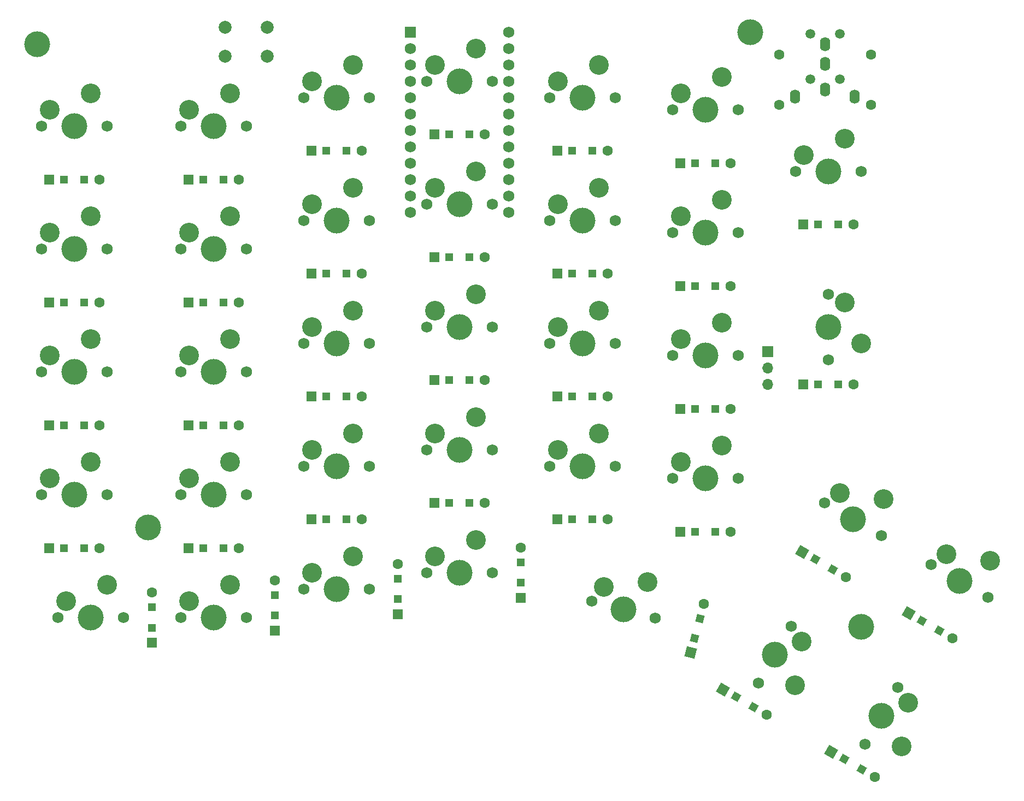
<source format=gts>
G04 #@! TF.GenerationSoftware,KiCad,Pcbnew,7.0.8*
G04 #@! TF.CreationDate,2023-11-23T13:30:25+08:00*
G04 #@! TF.ProjectId,redox_rev1_hs,7265646f-785f-4726-9576-315f68732e6b,1.0*
G04 #@! TF.SameCoordinates,Original*
G04 #@! TF.FileFunction,Soldermask,Top*
G04 #@! TF.FilePolarity,Negative*
%FSLAX46Y46*%
G04 Gerber Fmt 4.6, Leading zero omitted, Abs format (unit mm)*
G04 Created by KiCad (PCBNEW 7.0.8) date 2023-11-23 13:30:25*
%MOMM*%
%LPD*%
G01*
G04 APERTURE LIST*
G04 Aperture macros list*
%AMRotRect*
0 Rectangle, with rotation*
0 The origin of the aperture is its center*
0 $1 length*
0 $2 width*
0 $3 Rotation angle, in degrees counterclockwise*
0 Add horizontal line*
21,1,$1,$2,0,0,$3*%
G04 Aperture macros list end*
%ADD10R,1.200000X1.200000*%
%ADD11R,1.600000X1.600000*%
%ADD12C,1.600000*%
%ADD13RotRect,1.200000X1.200000X150.000000*%
%ADD14RotRect,1.600000X1.600000X150.000000*%
%ADD15RotRect,1.200000X1.200000X255.000000*%
%ADD16RotRect,1.600000X1.600000X255.000000*%
%ADD17C,1.750000*%
%ADD18C,3.050000*%
%ADD19C,4.000000*%
%ADD20R,1.700000X1.700000*%
%ADD21O,1.700000X1.700000*%
%ADD22C,2.000000*%
%ADD23C,1.500000*%
%ADD24O,1.600000X2.200000*%
%ADD25R,1.752600X1.752600*%
%ADD26C,1.752600*%
G04 APERTURE END LIST*
D10*
X89865000Y-74930000D03*
D11*
X87540000Y-74930000D03*
D12*
X95340000Y-74930000D03*
D10*
X93015000Y-74930000D03*
X111455000Y-74930000D03*
D11*
X109130000Y-74930000D03*
D12*
X116930000Y-74930000D03*
D10*
X114605000Y-74930000D03*
X130505000Y-70485000D03*
D11*
X128180000Y-70485000D03*
D12*
X135980000Y-70485000D03*
D10*
X133655000Y-70485000D03*
X149555000Y-67945000D03*
D11*
X147230000Y-67945000D03*
D12*
X155030000Y-67945000D03*
D10*
X152705000Y-67945000D03*
X168605000Y-70485000D03*
D11*
X166280000Y-70485000D03*
D12*
X174080000Y-70485000D03*
D10*
X171755000Y-70485000D03*
X187655000Y-72390000D03*
D11*
X185330000Y-72390000D03*
D12*
X193130000Y-72390000D03*
D10*
X190805000Y-72390000D03*
X206705000Y-81915000D03*
D11*
X204380000Y-81915000D03*
D12*
X212180000Y-81915000D03*
D10*
X209855000Y-81915000D03*
X89865000Y-93980000D03*
D11*
X87540000Y-93980000D03*
D12*
X95340000Y-93980000D03*
D10*
X93015000Y-93980000D03*
X111455000Y-93980000D03*
D11*
X109130000Y-93980000D03*
D12*
X116930000Y-93980000D03*
D10*
X114605000Y-93980000D03*
X130505000Y-89535000D03*
D11*
X128180000Y-89535000D03*
D12*
X135980000Y-89535000D03*
D10*
X133655000Y-89535000D03*
X149555000Y-86995000D03*
D11*
X147230000Y-86995000D03*
D12*
X155030000Y-86995000D03*
D10*
X152705000Y-86995000D03*
X168605000Y-89535000D03*
D11*
X166280000Y-89535000D03*
D12*
X174080000Y-89535000D03*
D10*
X171755000Y-89535000D03*
X187655000Y-91440000D03*
D11*
X185330000Y-91440000D03*
D12*
X193130000Y-91440000D03*
D10*
X190805000Y-91440000D03*
X206705000Y-106680000D03*
D11*
X204380000Y-106680000D03*
D12*
X212180000Y-106680000D03*
D10*
X209855000Y-106680000D03*
X89865000Y-113030000D03*
D11*
X87540000Y-113030000D03*
D12*
X95340000Y-113030000D03*
D10*
X93015000Y-113030000D03*
X111455000Y-113030000D03*
D11*
X109130000Y-113030000D03*
D12*
X116930000Y-113030000D03*
D10*
X114605000Y-113030000D03*
X130505000Y-108585000D03*
D11*
X128180000Y-108585000D03*
D12*
X135980000Y-108585000D03*
D10*
X133655000Y-108585000D03*
X149555000Y-106045000D03*
D11*
X147230000Y-106045000D03*
D12*
X155030000Y-106045000D03*
D10*
X152705000Y-106045000D03*
X168605000Y-108585000D03*
D11*
X166280000Y-108585000D03*
D12*
X174080000Y-108585000D03*
D10*
X171755000Y-108585000D03*
X187655000Y-110490000D03*
D11*
X185330000Y-110490000D03*
D12*
X193130000Y-110490000D03*
D10*
X190805000Y-110490000D03*
D13*
X206281010Y-133832500D03*
D14*
X204267501Y-132670000D03*
D12*
X211022499Y-136570000D03*
D13*
X209008990Y-135407500D03*
D10*
X89865000Y-132080000D03*
D11*
X87540000Y-132080000D03*
D12*
X95340000Y-132080000D03*
D10*
X93015000Y-132080000D03*
X111455000Y-132080000D03*
D11*
X109130000Y-132080000D03*
D12*
X116930000Y-132080000D03*
D10*
X114605000Y-132080000D03*
X130505000Y-127635000D03*
D11*
X128180000Y-127635000D03*
D12*
X135980000Y-127635000D03*
D10*
X133655000Y-127635000D03*
X149555000Y-125095000D03*
D11*
X147230000Y-125095000D03*
D12*
X155030000Y-125095000D03*
D10*
X152705000Y-125095000D03*
X168605000Y-127635000D03*
D11*
X166280000Y-127635000D03*
D12*
X174080000Y-127635000D03*
D10*
X171755000Y-127635000D03*
X187655000Y-129540000D03*
D11*
X185330000Y-129540000D03*
D12*
X193130000Y-129540000D03*
D10*
X190805000Y-129540000D03*
D13*
X222791010Y-143357500D03*
D14*
X220777501Y-142195000D03*
D12*
X227532499Y-146095000D03*
D13*
X225518990Y-144932500D03*
D10*
X103505000Y-144450000D03*
D11*
X103505000Y-146775000D03*
D12*
X103505000Y-138975000D03*
D10*
X103505000Y-141300000D03*
X122555000Y-142545000D03*
D11*
X122555000Y-144870000D03*
D12*
X122555000Y-137070000D03*
D10*
X122555000Y-139395000D03*
X141605000Y-140005000D03*
D11*
X141605000Y-142330000D03*
D12*
X141605000Y-134530000D03*
D10*
X141605000Y-136855000D03*
X160655000Y-137465000D03*
D11*
X160655000Y-139790000D03*
D12*
X160655000Y-131990000D03*
D10*
X160655000Y-134315000D03*
D15*
X187552360Y-146047333D03*
D16*
X186950606Y-148293111D03*
D12*
X188969394Y-140758889D03*
D15*
X188367640Y-143004667D03*
D13*
X193962010Y-155168500D03*
D14*
X191948501Y-154006000D03*
D12*
X198703499Y-157906000D03*
D13*
X196689990Y-156743500D03*
X210726010Y-164820500D03*
D14*
X208712501Y-163658000D03*
D12*
X215467499Y-167558000D03*
D13*
X213453990Y-166395500D03*
D17*
X86360000Y-66675000D03*
D18*
X87630000Y-64135000D03*
D19*
X91440000Y-66675000D03*
D18*
X93980000Y-61595000D03*
D17*
X96520000Y-66675000D03*
X107950000Y-66675000D03*
D18*
X109220000Y-64135000D03*
D19*
X113030000Y-66675000D03*
D18*
X115570000Y-61595000D03*
D17*
X118110000Y-66675000D03*
X127000000Y-62230000D03*
D18*
X128270000Y-59690000D03*
D19*
X132080000Y-62230000D03*
D18*
X134620000Y-57150000D03*
D17*
X137160000Y-62230000D03*
X146050000Y-59690000D03*
D18*
X147320000Y-57150000D03*
D19*
X151130000Y-59690000D03*
D18*
X153670000Y-54610000D03*
D17*
X156210000Y-59690000D03*
X165100000Y-62230000D03*
D18*
X166370000Y-59690000D03*
D19*
X170180000Y-62230000D03*
D18*
X172720000Y-57150000D03*
D17*
X175260000Y-62230000D03*
X184150000Y-64135000D03*
D18*
X185420000Y-61595000D03*
D19*
X189230000Y-64135000D03*
D18*
X191770000Y-59055000D03*
D17*
X194310000Y-64135000D03*
X203200000Y-73660000D03*
D18*
X204470000Y-71120000D03*
D19*
X208280000Y-73660000D03*
D18*
X210820000Y-68580000D03*
D17*
X213360000Y-73660000D03*
X86360000Y-85725000D03*
D18*
X87630000Y-83185000D03*
D19*
X91440000Y-85725000D03*
D18*
X93980000Y-80645000D03*
D17*
X96520000Y-85725000D03*
X107950000Y-85725000D03*
D18*
X109220000Y-83185000D03*
D19*
X113030000Y-85725000D03*
D18*
X115570000Y-80645000D03*
D17*
X118110000Y-85725000D03*
X127000000Y-81280000D03*
D18*
X128270000Y-78740000D03*
D19*
X132080000Y-81280000D03*
D18*
X134620000Y-76200000D03*
D17*
X137160000Y-81280000D03*
X146050000Y-78740000D03*
D18*
X147320000Y-76200000D03*
D19*
X151130000Y-78740000D03*
D18*
X153670000Y-73660000D03*
D17*
X156210000Y-78740000D03*
X165100000Y-81280000D03*
D18*
X166370000Y-78740000D03*
D19*
X170180000Y-81280000D03*
D18*
X172720000Y-76200000D03*
D17*
X175260000Y-81280000D03*
X184150000Y-83185000D03*
D18*
X185420000Y-80645000D03*
D19*
X189230000Y-83185000D03*
D18*
X191770000Y-78105000D03*
D17*
X194310000Y-83185000D03*
X208280000Y-92710000D03*
D18*
X210820000Y-93980000D03*
D19*
X208280000Y-97790000D03*
D18*
X213360000Y-100330000D03*
D17*
X208280000Y-102870000D03*
X86360000Y-104775000D03*
D18*
X87630000Y-102235000D03*
D19*
X91440000Y-104775000D03*
D18*
X93980000Y-99695000D03*
D17*
X96520000Y-104775000D03*
X107950000Y-104775000D03*
D18*
X109220000Y-102235000D03*
D19*
X113030000Y-104775000D03*
D18*
X115570000Y-99695000D03*
D17*
X118110000Y-104775000D03*
X127000000Y-100330000D03*
D18*
X128270000Y-97790000D03*
D19*
X132080000Y-100330000D03*
D18*
X134620000Y-95250000D03*
D17*
X137160000Y-100330000D03*
X146050000Y-97790000D03*
D18*
X147320000Y-95250000D03*
D19*
X151130000Y-97790000D03*
D18*
X153670000Y-92710000D03*
D17*
X156210000Y-97790000D03*
X165100000Y-100330000D03*
D18*
X166370000Y-97790000D03*
D19*
X170180000Y-100330000D03*
D18*
X172720000Y-95250000D03*
D17*
X175260000Y-100330000D03*
X184150000Y-102235000D03*
D18*
X185420000Y-99695000D03*
D19*
X189230000Y-102235000D03*
D18*
X191770000Y-97155000D03*
D17*
X194310000Y-102235000D03*
X207690591Y-125095000D03*
D18*
X210060443Y-123530295D03*
D19*
X212090000Y-127635000D03*
D18*
X216829705Y-124505591D03*
D17*
X216489409Y-130175000D03*
X86360000Y-123825000D03*
D18*
X87630000Y-121285000D03*
D19*
X91440000Y-123825000D03*
D18*
X93980000Y-118745000D03*
D17*
X96520000Y-123825000D03*
X107950000Y-123825000D03*
D18*
X109220000Y-121285000D03*
D19*
X113030000Y-123825000D03*
D18*
X115570000Y-118745000D03*
D17*
X118110000Y-123825000D03*
X127000000Y-119380000D03*
D18*
X128270000Y-116840000D03*
D19*
X132080000Y-119380000D03*
D18*
X134620000Y-114300000D03*
D17*
X137160000Y-119380000D03*
X146050000Y-116840000D03*
D18*
X147320000Y-114300000D03*
D19*
X151130000Y-116840000D03*
D18*
X153670000Y-111760000D03*
D17*
X156210000Y-116840000D03*
X165100000Y-119380000D03*
D18*
X166370000Y-116840000D03*
D19*
X170180000Y-119380000D03*
D18*
X172720000Y-114300000D03*
D17*
X175260000Y-119380000D03*
X184150000Y-121285000D03*
D18*
X185420000Y-118745000D03*
D19*
X189230000Y-121285000D03*
D18*
X191770000Y-116205000D03*
D17*
X194310000Y-121285000D03*
X224200591Y-134620000D03*
D18*
X226570443Y-133055295D03*
D19*
X228600000Y-137160000D03*
D18*
X233339705Y-134030591D03*
D17*
X232999409Y-139700000D03*
X88900000Y-142875000D03*
D18*
X90170000Y-140335000D03*
D19*
X93980000Y-142875000D03*
D18*
X96520000Y-137795000D03*
D17*
X99060000Y-142875000D03*
X107950000Y-142875000D03*
D18*
X109220000Y-140335000D03*
D19*
X113030000Y-142875000D03*
D18*
X115570000Y-137795000D03*
D17*
X118110000Y-142875000D03*
X127000000Y-138430000D03*
D18*
X128270000Y-135890000D03*
D19*
X132080000Y-138430000D03*
D18*
X134620000Y-133350000D03*
D17*
X137160000Y-138430000D03*
X146050000Y-135890000D03*
D18*
X147320000Y-133350000D03*
D19*
X151130000Y-135890000D03*
D18*
X153670000Y-130810000D03*
D17*
X156210000Y-135890000D03*
X171623097Y-140290199D03*
D18*
X173507223Y-138165448D03*
D19*
X176530000Y-141605000D03*
D18*
X180298252Y-137355497D03*
D17*
X181436903Y-142919801D03*
X202565000Y-144190591D03*
D18*
X204129705Y-146560443D03*
D19*
X200025000Y-148590000D03*
D18*
X203154409Y-153329705D03*
D17*
X197485000Y-152989409D03*
X219075000Y-153715591D03*
D18*
X220639705Y-156085443D03*
D19*
X216535000Y-158115000D03*
D18*
X219664409Y-162854705D03*
D17*
X213995000Y-162514409D03*
D12*
X200660000Y-55536000D03*
X200660000Y-63336000D03*
X214884000Y-55536000D03*
X214884000Y-63336000D03*
D20*
X198882000Y-101600000D03*
D21*
X198882000Y-104140000D03*
X198882000Y-106680000D03*
D22*
X114808000Y-51308000D03*
X121308000Y-51308000D03*
X114808000Y-55808000D03*
X121308000Y-55808000D03*
D23*
X205472000Y-52400000D03*
X205472000Y-59400000D03*
X210072000Y-52400000D03*
X210072000Y-59400000D03*
D24*
X203172000Y-62100000D03*
X212372000Y-62100000D03*
X207772000Y-61000000D03*
X207772000Y-57000000D03*
X207772000Y-54000000D03*
D25*
X143510000Y-52070000D03*
D26*
X143510000Y-54610000D03*
X143510000Y-57150000D03*
X143510000Y-59690000D03*
X143510000Y-62230000D03*
X143510000Y-64770000D03*
X143510000Y-67310000D03*
X143510000Y-69850000D03*
X143510000Y-72390000D03*
X143510000Y-74930000D03*
X143510000Y-77470000D03*
X143510000Y-80010000D03*
X158750000Y-80010000D03*
X158750000Y-77470000D03*
X158750000Y-74930000D03*
X158750000Y-72390000D03*
X158750000Y-69850000D03*
X158750000Y-67310000D03*
X158750000Y-64770000D03*
X158750000Y-62230000D03*
X158750000Y-59690000D03*
X158750000Y-57150000D03*
X158750000Y-54610000D03*
X158750000Y-52070000D03*
D19*
X213360000Y-144272000D03*
X85725000Y-53975000D03*
X102870000Y-128905000D03*
X196215000Y-52070000D03*
M02*

</source>
